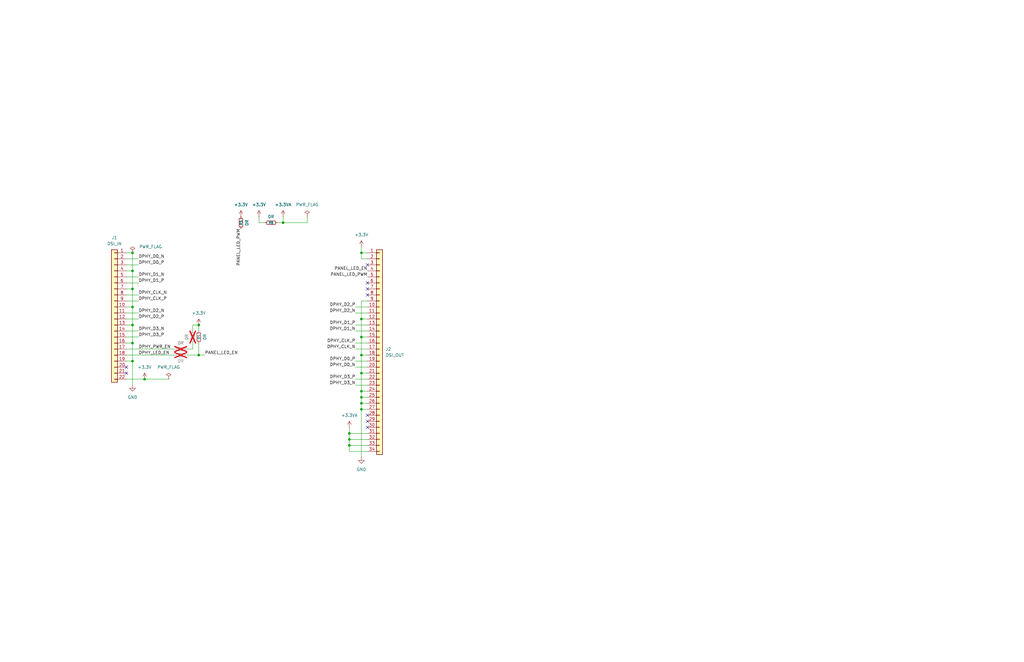
<source format=kicad_sch>
(kicad_sch (version 20250114) (generator "eeschema") (generator_version "9.0")
  (paper "USLedger")
  (title_block (company "Tom Keddie"))
  (lib_symbols
    (symbol "lib:0R" (pin_numbers (hide yes)) (pin_names (offset 0.254) (hide yes))
      (property "Reference" "R" (at 0 0 90))
      (property "Value" "0R" (at 1.778 0 90))
      (symbol "0R_0_1"
        (rectangle (start -0.762 1.778) (end 0.762 -1.778) (stroke (width 0.2032)))
      )
      (symbol "0R_1_1"
        (pin passive line (at 0 2.54 270) (length 0.762) (name "~") (number "1"))
        (pin passive line (at 0 -2.54 90) (length 0.762) (name "~") (number "2"))
      )
    )
    (symbol "lib:Conn_01x22" (pin_names (offset 1.016) (hide yes))
      (property "Reference" "J" (at 0 27.94 0))
      (property "Value" "Conn_01x22" (at 0 -30.48 0))
      (symbol "Conn_01x22_1_1"
        (rectangle (start -1.27 26.67) (end 1.27 -29.21) (stroke (width 0.254)) (fill (type background)))
        (rectangle (start -1.27 25.527) (end 0 25.273) (stroke (width 0.1524)))
        (rectangle (start -1.27 22.987) (end 0 22.733) (stroke (width 0.1524)))
        (rectangle (start -1.27 20.447) (end 0 20.193) (stroke (width 0.1524)))
        (rectangle (start -1.27 17.907) (end 0 17.653) (stroke (width 0.1524)))
        (rectangle (start -1.27 15.367) (end 0 15.113) (stroke (width 0.1524)))
        (rectangle (start -1.27 12.827) (end 0 12.573) (stroke (width 0.1524)))
        (rectangle (start -1.27 10.287) (end 0 10.033) (stroke (width 0.1524)))
        (rectangle (start -1.27 7.747) (end 0 7.493) (stroke (width 0.1524)))
        (rectangle (start -1.27 5.207) (end 0 4.953) (stroke (width 0.1524)))
        (rectangle (start -1.27 2.667) (end 0 2.413) (stroke (width 0.1524)))
        (rectangle (start -1.27 0.127) (end 0 -0.127) (stroke (width 0.1524)))
        (rectangle (start -1.27 -2.413) (end 0 -2.667) (stroke (width 0.1524)))
        (rectangle (start -1.27 -4.953) (end 0 -5.207) (stroke (width 0.1524)))
        (rectangle (start -1.27 -7.493) (end 0 -7.747) (stroke (width 0.1524)))
        (rectangle (start -1.27 -10.033) (end 0 -10.287) (stroke (width 0.1524)))
        (rectangle (start -1.27 -12.573) (end 0 -12.827) (stroke (width 0.1524)))
        (rectangle (start -1.27 -15.113) (end 0 -15.367) (stroke (width 0.1524)))
        (rectangle (start -1.27 -17.653) (end 0 -17.907) (stroke (width 0.1524)))
        (rectangle (start -1.27 -20.193) (end 0 -20.447) (stroke (width 0.1524)))
        (rectangle (start -1.27 -22.733) (end 0 -22.987) (stroke (width 0.1524)))
        (rectangle (start -1.27 -25.273) (end 0 -25.527) (stroke (width 0.1524)))
        (rectangle (start -1.27 -27.813) (end 0 -28.067) (stroke (width 0.1524)))
        (pin passive line (at -5.08 25.4 0) (length 3.81) (name "Pin_1") (number "1"))
        (pin passive line (at -5.08 22.86 0) (length 3.81) (name "Pin_2") (number "2"))
        (pin passive line (at -5.08 20.32 0) (length 3.81) (name "Pin_3") (number "3"))
        (pin passive line (at -5.08 17.78 0) (length 3.81) (name "Pin_4") (number "4"))
        (pin passive line (at -5.08 15.24 0) (length 3.81) (name "Pin_5") (number "5"))
        (pin passive line (at -5.08 12.7 0) (length 3.81) (name "Pin_6") (number "6"))
        (pin passive line (at -5.08 10.16 0) (length 3.81) (name "Pin_7") (number "7"))
        (pin passive line (at -5.08 7.62 0) (length 3.81) (name "Pin_8") (number "8"))
        (pin passive line (at -5.08 5.08 0) (length 3.81) (name "Pin_9") (number "9"))
        (pin passive line (at -5.08 2.54 0) (length 3.81) (name "Pin_10") (number "10"))
        (pin passive line (at -5.08 0 0) (length 3.81) (name "Pin_11") (number "11"))
        (pin passive line (at -5.08 -2.54 0) (length 3.81) (name "Pin_12") (number "12"))
        (pin passive line (at -5.08 -5.08 0) (length 3.81) (name "Pin_13") (number "13"))
        (pin passive line (at -5.08 -7.62 0) (length 3.81) (name "Pin_14") (number "14"))
        (pin passive line (at -5.08 -10.16 0) (length 3.81) (name "Pin_15") (number "15"))
        (pin passive line (at -5.08 -12.7 0) (length 3.81) (name "Pin_16") (number "16"))
        (pin passive line (at -5.08 -15.24 0) (length 3.81) (name "Pin_17") (number "17"))
        (pin passive line (at -5.08 -17.78 0) (length 3.81) (name "Pin_18") (number "18"))
        (pin passive line (at -5.08 -20.32 0) (length 3.81) (name "Pin_19") (number "19"))
        (pin passive line (at -5.08 -22.86 0) (length 3.81) (name "Pin_20") (number "20"))
        (pin passive line (at -5.08 -25.4 0) (length 3.81) (name "Pin_21") (number "21"))
        (pin passive line (at -5.08 -27.94 0) (length 3.81) (name "Pin_22") (number "22"))
      )
    )
    (symbol "lib:Conn_01x34" (pin_names (offset 1.016) (hide yes))
      (property "Reference" "J" (at 0 43.18 0))
      (property "Value" "Conn_01x34" (at 0 -45.72 0))
      (symbol "Conn_01x34_1_1"
        (rectangle (start -1.27 41.91) (end 1.27 -44.45) (stroke (width 0.254)) (fill (type background)))
        (rectangle (start -1.27 40.767) (end 0 40.513) (stroke (width 0.1524)))
        (rectangle (start -1.27 38.227) (end 0 37.973) (stroke (width 0.1524)))
        (rectangle (start -1.27 35.687) (end 0 35.433) (stroke (width 0.1524)))
        (rectangle (start -1.27 33.147) (end 0 32.893) (stroke (width 0.1524)))
        (rectangle (start -1.27 30.607) (end 0 30.353) (stroke (width 0.1524)))
        (rectangle (start -1.27 28.067) (end 0 27.813) (stroke (width 0.1524)))
        (rectangle (start -1.27 25.527) (end 0 25.273) (stroke (width 0.1524)))
        (rectangle (start -1.27 22.987) (end 0 22.733) (stroke (width 0.1524)))
        (rectangle (start -1.27 20.447) (end 0 20.193) (stroke (width 0.1524)))
        (rectangle (start -1.27 17.907) (end 0 17.653) (stroke (width 0.1524)))
        (rectangle (start -1.27 15.367) (end 0 15.113) (stroke (width 0.1524)))
        (rectangle (start -1.27 12.827) (end 0 12.573) (stroke (width 0.1524)))
        (rectangle (start -1.27 10.287) (end 0 10.033) (stroke (width 0.1524)))
        (rectangle (start -1.27 7.747) (end 0 7.493) (stroke (width 0.1524)))
        (rectangle (start -1.27 5.207) (end 0 4.953) (stroke (width 0.1524)))
        (rectangle (start -1.27 2.667) (end 0 2.413) (stroke (width 0.1524)))
        (rectangle (start -1.27 0.127) (end 0 -0.127) (stroke (width 0.1524)))
        (rectangle (start -1.27 -2.413) (end 0 -2.667) (stroke (width 0.1524)))
        (rectangle (start -1.27 -4.953) (end 0 -5.207) (stroke (width 0.1524)))
        (rectangle (start -1.27 -7.493) (end 0 -7.747) (stroke (width 0.1524)))
        (rectangle (start -1.27 -10.033) (end 0 -10.287) (stroke (width 0.1524)))
        (rectangle (start -1.27 -12.573) (end 0 -12.827) (stroke (width 0.1524)))
        (rectangle (start -1.27 -15.113) (end 0 -15.367) (stroke (width 0.1524)))
        (rectangle (start -1.27 -17.653) (end 0 -17.907) (stroke (width 0.1524)))
        (rectangle (start -1.27 -20.193) (end 0 -20.447) (stroke (width 0.1524)))
        (rectangle (start -1.27 -22.733) (end 0 -22.987) (stroke (width 0.1524)))
        (rectangle (start -1.27 -25.273) (end 0 -25.527) (stroke (width 0.1524)))
        (rectangle (start -1.27 -27.813) (end 0 -28.067) (stroke (width 0.1524)))
        (rectangle (start -1.27 -30.353) (end 0 -30.607) (stroke (width 0.1524)))
        (rectangle (start -1.27 -32.893) (end 0 -33.147) (stroke (width 0.1524)))
        (rectangle (start -1.27 -35.433) (end 0 -35.687) (stroke (width 0.1524)))
        (rectangle (start -1.27 -37.973) (end 0 -38.227) (stroke (width 0.1524)))
        (rectangle (start -1.27 -40.513) (end 0 -40.767) (stroke (width 0.1524)))
        (rectangle (start -1.27 -43.053) (end 0 -43.307) (stroke (width 0.1524)))
        (pin passive line (at -5.08 40.64 0) (length 3.81) (name "Pin_1") (number "1"))
        (pin passive line (at -5.08 38.1 0) (length 3.81) (name "Pin_2") (number "2"))
        (pin passive line (at -5.08 35.56 0) (length 3.81) (name "Pin_3") (number "3"))
        (pin passive line (at -5.08 33.02 0) (length 3.81) (name "Pin_4") (number "4"))
        (pin passive line (at -5.08 30.48 0) (length 3.81) (name "Pin_5") (number "5"))
        (pin passive line (at -5.08 27.94 0) (length 3.81) (name "Pin_6") (number "6"))
        (pin passive line (at -5.08 25.4 0) (length 3.81) (name "Pin_7") (number "7"))
        (pin passive line (at -5.08 22.86 0) (length 3.81) (name "Pin_8") (number "8"))
        (pin passive line (at -5.08 20.32 0) (length 3.81) (name "Pin_9") (number "9"))
        (pin passive line (at -5.08 17.78 0) (length 3.81) (name "Pin_10") (number "10"))
        (pin passive line (at -5.08 15.24 0) (length 3.81) (name "Pin_11") (number "11"))
        (pin passive line (at -5.08 12.7 0) (length 3.81) (name "Pin_12") (number "12"))
        (pin passive line (at -5.08 10.16 0) (length 3.81) (name "Pin_13") (number "13"))
        (pin passive line (at -5.08 7.62 0) (length 3.81) (name "Pin_14") (number "14"))
        (pin passive line (at -5.08 5.08 0) (length 3.81) (name "Pin_15") (number "15"))
        (pin passive line (at -5.08 2.54 0) (length 3.81) (name "Pin_16") (number "16"))
        (pin passive line (at -5.08 0 0) (length 3.81) (name "Pin_17") (number "17"))
        (pin passive line (at -5.08 -2.54 0) (length 3.81) (name "Pin_18") (number "18"))
        (pin passive line (at -5.08 -5.08 0) (length 3.81) (name "Pin_19") (number "19"))
        (pin passive line (at -5.08 -7.62 0) (length 3.81) (name "Pin_20") (number "20"))
        (pin passive line (at -5.08 -10.16 0) (length 3.81) (name "Pin_21") (number "21"))
        (pin passive line (at -5.08 -12.7 0) (length 3.81) (name "Pin_22") (number "22"))
        (pin passive line (at -5.08 -15.24 0) (length 3.81) (name "Pin_23") (number "23"))
        (pin passive line (at -5.08 -17.78 0) (length 3.81) (name "Pin_24") (number "24"))
        (pin passive line (at -5.08 -20.32 0) (length 3.81) (name "Pin_25") (number "25"))
        (pin passive line (at -5.08 -22.86 0) (length 3.81) (name "Pin_26") (number "26"))
        (pin passive line (at -5.08 -25.4 0) (length 3.81) (name "Pin_27") (number "27"))
        (pin passive line (at -5.08 -27.94 0) (length 3.81) (name "Pin_28") (number "28"))
        (pin passive line (at -5.08 -30.48 0) (length 3.81) (name "Pin_29") (number "29"))
        (pin passive line (at -5.08 -33.02 0) (length 3.81) (name "Pin_30") (number "30"))
        (pin passive line (at -5.08 -35.56 0) (length 3.81) (name "Pin_31") (number "31"))
        (pin passive line (at -5.08 -38.1 0) (length 3.81) (name "Pin_32") (number "32"))
        (pin passive line (at -5.08 -40.64 0) (length 3.81) (name "Pin_33") (number "33"))
        (pin passive line (at -5.08 -43.18 0) (length 3.81) (name "Pin_34") (number "34"))
      )
    )
    (symbol "power:+3.3V" (power) (pin_numbers (hide yes)) (pin_names (offset 0) (hide yes))
      (property "Value" "+3.3V" (at 0 3.556 0))
      (symbol "+3.3V_0_1"
        (polyline (pts (xy -0.762 1.27) (xy 0 2.54)))
        (polyline (pts (xy 0 2.54) (xy 0.762 1.27)))
        (polyline (pts (xy 0 0) (xy 0 2.54)))
      )
      (symbol "+3.3V_1_1"
        (pin power_in line (at 0 0 90) (length 0) (name "~") (number "1"))
      )
    )
    (symbol "power:+3.3VA" (power) (pin_numbers (hide yes)) (pin_names (offset 0) (hide yes))
      (property "Value" "+3.3VA" (at 0 3.556 0))
      (symbol "+3.3VA_0_1"
        (polyline (pts (xy -0.762 1.27) (xy 0 2.54)))
        (polyline (pts (xy 0 2.54) (xy 0.762 1.27)))
        (polyline (pts (xy 0 0) (xy 0 2.54)))
      )
      (symbol "+3.3VA_1_1"
        (pin power_in line (at 0 0 90) (length 0) (name "~") (number "1"))
      )
    )
    (symbol "power:GND" (power) (pin_numbers (hide yes)) (pin_names (offset 0) (hide yes))
      (property "Value" "GND" (at 0 -3.81 0))
      (symbol "GND_0_1"
        (polyline (pts (xy 0 0) (xy 0 -1.27) (xy 1.27 -1.27) (xy 0 -2.54) (xy -1.27 -1.27) (xy 0 -1.27)))
      )
      (symbol "GND_1_1"
        (pin power_in line (at 0 0 270) (length 0) (name "~") (number "1"))
      )
    )
    (symbol "power:PWR_FLAG" (power) (pin_numbers (hide yes)) (pin_names (offset 0) (hide yes))
      (property "Value" "PWR_FLAG" (at 0 3.81 0))
      (symbol "PWR_FLAG_0_0"
        (pin power_out line (at 0 0 90) (length 0) (name "~") (number "1"))
      )
      (symbol "PWR_FLAG_0_1"
        (polyline (pts (xy 0 0) (xy 0 1.27) (xy -1.016 1.905) (xy 0 2.54) (xy 1.016 1.905) (xy 0 1.27)))
      )
    )
  )
  (junction (at 83.82 149.86))
  (junction (at 147.32 185.42))
  (junction (at 55.88 106.68))
  (junction (at 152.4 165.1))
  (junction (at 119.38 93.98))
  (junction (at 152.4 172.72))
  (junction (at 152.4 142.24))
  (junction (at 55.88 152.4))
  (junction (at 55.88 144.78))
  (junction (at 152.4 170.18))
  (junction (at 55.88 137.16))
  (junction (at 60.96 160.02))
  (junction (at 152.4 167.64))
  (junction (at 152.4 157.48))
  (junction (at 152.4 106.68))
  (junction (at 55.88 114.3))
  (junction (at 83.82 137.16))
  (junction (at 152.4 149.86))
  (junction (at 152.4 134.62))
  (junction (at 55.88 121.92))
  (junction (at 55.88 129.54))
  (junction (at 147.32 182.88))
  (junction (at 147.32 187.96))
  (no_connect (at 154.94 111.76))
  (no_connect (at 154.94 121.92))
  (no_connect (at 154.94 119.38))
  (no_connect (at 53.34 154.94))
  (no_connect (at 154.94 177.8))
  (no_connect (at 154.94 180.34))
  (no_connect (at 154.94 175.26))
  (no_connect (at 154.94 124.46))
  (no_connect (at 53.34 157.48))
  (wire (pts (xy 53.34 129.54) (xy 55.88 129.54)))
  (wire (pts (xy 81.28 137.16) (xy 83.82 137.16)))
  (wire (pts (xy 147.32 182.88) (xy 154.94 182.88)))
  (wire (pts (xy 149.86 132.08) (xy 154.94 132.08)))
  (wire (pts (xy 55.88 129.54) (xy 55.88 137.16)))
  (wire (pts (xy 55.88 152.4) (xy 55.88 162.56)))
  (wire (pts (xy 53.34 132.08) (xy 58.42 132.08)))
  (wire (pts (xy 129.54 91.44) (xy 129.54 93.98)))
  (wire (pts (xy 81.28 144.78) (xy 81.28 147.32)))
  (wire (pts (xy 109.22 91.44) (xy 109.22 93.98)))
  (wire (pts (xy 152.4 165.1) (xy 154.94 165.1)))
  (wire (pts (xy 53.34 142.24) (xy 58.42 142.24)))
  (wire (pts (xy 60.96 160.02) (xy 71.12 160.02)))
  (wire (pts (xy 129.54 93.98) (xy 119.38 93.98)))
  (wire (pts (xy 109.22 93.98) (xy 111.76 93.98)))
  (wire (pts (xy 53.34 119.38) (xy 58.42 119.38)))
  (wire (pts (xy 83.82 144.78) (xy 83.82 149.86)))
  (wire (pts (xy 53.34 160.02) (xy 60.96 160.02)))
  (wire (pts (xy 147.32 187.96) (xy 147.32 190.5)))
  (wire (pts (xy 152.4 172.72) (xy 154.94 172.72)))
  (wire (pts (xy 81.28 139.7) (xy 81.28 137.16)))
  (wire (pts (xy 149.86 147.32) (xy 154.94 147.32)))
  (wire (pts (xy 152.4 165.1) (xy 152.4 157.48)))
  (wire (pts (xy 147.32 185.42) (xy 147.32 187.96)))
  (wire (pts (xy 119.38 93.98) (xy 119.38 91.44)))
  (wire (pts (xy 53.34 109.22) (xy 58.42 109.22)))
  (wire (pts (xy 152.4 106.68) (xy 152.4 104.14)))
  (wire (pts (xy 53.34 152.4) (xy 55.88 152.4)))
  (wire (pts (xy 53.34 106.68) (xy 55.88 106.68)))
  (wire (pts (xy 81.28 147.32) (xy 78.74 147.32)))
  (wire (pts (xy 152.4 157.48) (xy 154.94 157.48)))
  (wire (pts (xy 149.86 137.16) (xy 154.94 137.16)))
  (wire (pts (xy 53.34 116.84) (xy 58.42 116.84)))
  (wire (pts (xy 149.86 154.94) (xy 154.94 154.94)))
  (wire (pts (xy 55.88 121.92) (xy 55.88 129.54)))
  (wire (pts (xy 149.86 162.56) (xy 154.94 162.56)))
  (wire (pts (xy 152.4 170.18) (xy 152.4 167.64)))
  (wire (pts (xy 149.86 129.54) (xy 154.94 129.54)))
  (wire (pts (xy 53.34 137.16) (xy 55.88 137.16)))
  (wire (pts (xy 53.34 114.3) (xy 55.88 114.3)))
  (wire (pts (xy 152.4 149.86) (xy 152.4 142.24)))
  (wire (pts (xy 53.34 111.76) (xy 58.42 111.76)))
  (wire (pts (xy 152.4 167.64) (xy 152.4 165.1)))
  (wire (pts (xy 55.88 144.78) (xy 55.88 152.4)))
  (wire (pts (xy 83.82 149.86) (xy 86.36 149.86)))
  (wire (pts (xy 152.4 142.24) (xy 152.4 134.62)))
  (wire (pts (xy 55.88 114.3) (xy 55.88 121.92)))
  (wire (pts (xy 53.34 149.86) (xy 73.66 149.86)))
  (wire (pts (xy 149.86 144.78) (xy 154.94 144.78)))
  (wire (pts (xy 152.4 106.68) (xy 154.94 106.68)))
  (wire (pts (xy 152.4 157.48) (xy 152.4 149.86)))
  (wire (pts (xy 152.4 149.86) (xy 154.94 149.86)))
  (wire (pts (xy 53.34 124.46) (xy 58.42 124.46)))
  (wire (pts (xy 147.32 180.34) (xy 147.32 182.88)))
  (wire (pts (xy 53.34 127) (xy 58.42 127)))
  (wire (pts (xy 152.4 167.64) (xy 154.94 167.64)))
  (wire (pts (xy 83.82 137.16) (xy 83.82 139.7)))
  (wire (pts (xy 147.32 182.88) (xy 147.32 185.42)))
  (wire (pts (xy 152.4 193.04) (xy 152.4 172.72)))
  (wire (pts (xy 53.34 139.7) (xy 58.42 139.7)))
  (wire (pts (xy 53.34 147.32) (xy 73.66 147.32)))
  (wire (pts (xy 152.4 170.18) (xy 154.94 170.18)))
  (wire (pts (xy 147.32 190.5) (xy 154.94 190.5)))
  (wire (pts (xy 53.34 144.78) (xy 55.88 144.78)))
  (wire (pts (xy 152.4 109.22) (xy 152.4 106.68)))
  (wire (pts (xy 149.86 160.02) (xy 154.94 160.02)))
  (wire (pts (xy 152.4 142.24) (xy 154.94 142.24)))
  (wire (pts (xy 152.4 134.62) (xy 154.94 134.62)))
  (wire (pts (xy 149.86 139.7) (xy 154.94 139.7)))
  (wire (pts (xy 55.88 106.68) (xy 55.88 114.3)))
  (wire (pts (xy 53.34 121.92) (xy 55.88 121.92)))
  (wire (pts (xy 147.32 185.42) (xy 154.94 185.42)))
  (wire (pts (xy 55.88 137.16) (xy 55.88 144.78)))
  (wire (pts (xy 149.86 152.4) (xy 154.94 152.4)))
  (wire (pts (xy 83.82 149.86) (xy 78.74 149.86)))
  (wire (pts (xy 154.94 109.22) (xy 152.4 109.22)))
  (wire (pts (xy 152.4 127) (xy 154.94 127)))
  (wire (pts (xy 147.32 187.96) (xy 154.94 187.96)))
  (wire (pts (xy 53.34 134.62) (xy 58.42 134.62)))
  (wire (pts (xy 116.84 93.98) (xy 119.38 93.98)))
  (wire (pts (xy 152.4 172.72) (xy 152.4 170.18)))
  (wire (pts (xy 152.4 134.62) (xy 152.4 127)))
  (label "DPHY_CLK_N" (at 149.86 147.32 180))
  (label "DPHY_D0_P" (at 149.86 152.4 180))
  (label "DPHY_D1_N" (at 149.86 139.7 180))
  (label "PANEL_LED_EN" (at 154.94 114.3 180))
  (label "DPHY_D3_P" (at 149.86 160.02 180))
  (label "DPHY_PWR_EN" (at 58.42 147.32 0))
  (label "DPHY_CLK_P" (at 149.86 144.78 180))
  (label "DPHY_D0_N" (at 149.86 154.94 180))
  (label "DPHY_D1_P" (at 149.86 137.16 180))
  (label "PANEL_LED_PWM" (at 154.94 116.84 180))
  (label "DPHY_D2_N" (at 58.42 132.08 0))
  (label "DPHY_D0_N" (at 58.42 109.22 0))
  (label "DPHY_CLK_P" (at 58.42 127 0))
  (label "PANEL_LED_PWM" (at 101.6 96.52 270))
  (label "DPHY_D3_P" (at 58.42 142.24 0))
  (label "DPHY_D3_N" (at 58.42 139.7 0))
  (label "DPHY_D2_P" (at 58.42 134.62 0))
  (label "DPHY_D1_N" (at 58.42 116.84 0))
  (label "DPHY_D0_P" (at 58.42 111.76 0))
  (label "DPHY_D2_P" (at 149.86 129.54 180))
  (label "DPHY_D1_P" (at 58.42 119.38 0))
  (label "DPHY_D3_N" (at 149.86 162.56 180))
  (label "DPHY_CLK_N" (at 58.42 124.46 0))
  (label "DPHY_LED_EN" (at 58.42 149.86 0))
  (label "PANEL_LED_EN" (at 86.36 149.86 0))
  (label "DPHY_D2_N" (at 149.86 132.08 180))
  (symbol (lib_id "lib:0R") (at 101.6 93.98 0) (mirror x) (unit 1)
    (property "Reference" "R5" (at 101.6 93.98 90) (effects (font (size 1.016 1.016))))
    (property "Value" "0R" (at 104.14 93.98 90))
    (property "Footprint" "lib:R_0603_1608Metric" (effects (hide yes)))
    (property "Description" "Resistor, small symbol" (effects (hide yes)))
  )
  (symbol (lib_id "lib:0R") (at 76.2 149.86 90) (mirror x) (unit 1) (dnp yes)
    (property "Reference" "R2" (at 76.2 149.86 90) (effects (font (size 1.016 1.016))))
    (property "Value" "0R" (at 76.2 152.4 90))
    (property "Footprint" "lib:R_0603_1608Metric" (effects (hide yes)))
    (property "Description" "Resistor, small symbol" (effects (hide yes)))
  )
  (symbol (lib_id "power:PWR_FLAG") (at 129.54 91.44 0) (unit 1)
    (property "Reference" "#FLG03" (effects (hide yes)))
    (property "Value" "PWR_FLAG" (at 129.54 86.36 0))
    (property "Description" "Special symbol for telling ERC where power comes from" (effects (hide yes)))
  )
  (symbol (lib_id "power:+3.3V") (at 152.4 104.14 0) (unit 1)
    (property "Reference" "#PWR04" (effects (hide yes)))
    (property "Value" "+3.3V" (at 152.4 99.06 0))
    (property "Description" "Power symbol creates a global label with name \"+3.3V\"" (effects (hide yes)))
  )
  (symbol (lib_id "power:GND") (at 152.4 193.04 0) (unit 1)
    (property "Reference" "#PWR05" (effects (hide yes)))
    (property "Value" "GND" (at 152.4 198.12 0))
    (property "Description" "Power symbol creates a global label with name \"GND\" , ground" (effects (hide yes)))
  )
  (symbol (lib_id "power:+3.3VA") (at 147.32 180.34 0) (unit 1)
    (property "Reference" "#PWR06" (effects (hide yes)))
    (property "Value" "+3.3VA" (at 147.32 175.26 0))
    (property "Description" "Power symbol creates a global label with name \"+3.3VA\"" (effects (hide yes)))
  )
  (symbol (lib_id "lib:0R") (at 83.82 142.24 0) (mirror x) (unit 1)
    (property "Reference" "R4" (at 83.82 142.24 90) (effects (font (size 1.016 1.016))))
    (property "Value" "0R" (at 86.36 142.24 90))
    (property "Footprint" "lib:R_0603_1608Metric" (effects (hide yes)))
    (property "Description" "Resistor, small symbol" (effects (hide yes)))
  )
  (symbol (lib_id "power:PWR_FLAG") (at 71.12 160.02 0) (unit 1)
    (property "Reference" "#FLG01" (effects (hide yes)))
    (property "Value" "PWR_FLAG" (at 71.12 154.94 0))
    (property "Description" "Special symbol for telling ERC where power comes from" (effects (hide yes)))
  )
  (symbol (lib_id "lib:0R") (at 81.28 142.24 180) (unit 1) (dnp yes)
    (property "Reference" "R3" (at 81.28 142.24 90) (effects (font (size 1.016 1.016))))
    (property "Value" "0R" (at 78.74 142.24 90))
    (property "Footprint" "lib:R_0603_1608Metric" (effects (hide yes)))
    (property "Description" "Resistor, small symbol" (effects (hide yes)))
  )
  (symbol (lib_id "power:GND") (at 55.88 162.56 0) (unit 1)
    (property "Reference" "#PWR01" (effects (hide yes)))
    (property "Value" "GND" (at 55.88 167.64 0))
    (property "Description" "Power symbol creates a global label with name \"GND\" , ground" (effects (hide yes)))
  )
  (symbol (lib_id "lib:Conn_01x22") (at 48.26 132.08 0) (mirror y) (unit 1)
    (property "Reference" "J1" (at 48.26 100.33 0))
    (property "Value" "DSI_IN" (at 48.26 102.87 0))
    (property "Footprint" "lib:AliExpress_1x22_P0.5mm_Horizontal_Drawer" (effects (hide yes)))
    (property "Description" "Generic connector, single row, 01x22, script generated (kicad-library-utils/schlib/autogen/connector/)" (effects (hide yes)))
  )
  (symbol (lib_id "lib:Conn_01x34") (at 160.02 147.32 0) (unit 1)
    (property "Reference" "J2" (at 162.56 147.3199 0) (effects (justify left)))
    (property "Value" "DSI_OUT" (at 162.56 149.8599 0) (effects (justify left)))
    (property "Footprint" "lib:AliExpress_1x34_P0.5mm_Horizontal_Drawer" (effects (hide yes)))
    (property "Description" "Generic connector, single row, 01x34, script generated (kicad-library-utils/schlib/autogen/connector/)" (effects (hide yes)))
  )
  (symbol (lib_id "power:+3.3V") (at 101.6 91.44 0) (unit 1)
    (property "Reference" "#PWR07" (effects (hide yes)))
    (property "Value" "+3.3V" (at 101.6 86.36 0))
    (property "Description" "Power symbol creates a global label with name \"+3.3V\"" (effects (hide yes)))
  )
  (symbol (lib_id "power:+3.3VA") (at 119.38 91.44 0) (unit 1)
    (property "Reference" "#PWR09" (effects (hide yes)))
    (property "Value" "+3.3VA" (at 119.38 86.36 0))
    (property "Description" "Power symbol creates a global label with name \"+3.3VA\"" (effects (hide yes)))
  )
  (symbol (lib_id "power:PWR_FLAG") (at 55.88 106.68 0) (unit 1)
    (property "Reference" "#FLG02" (effects (hide yes)))
    (property "Value" "PWR_FLAG" (at 63.5 104.14 0))
    (property "Description" "Special symbol for telling ERC where power comes from" (effects (hide yes)))
  )
  (symbol (lib_id "power:+3.3V") (at 60.96 160.02 0) (unit 1)
    (property "Reference" "#PWR02" (effects (hide yes)))
    (property "Value" "+3.3V" (at 60.96 154.94 0))
    (property "Description" "Power symbol creates a global label with name \"+3.3V\"" (effects (hide yes)))
  )
  (symbol (lib_id "lib:0R") (at 114.3 93.98 270) (mirror x) (unit 1)
    (property "Reference" "R6" (at 114.3 93.98 90) (effects (font (size 1.016 1.016))))
    (property "Value" "0R" (at 114.3 91.44 90))
    (property "Footprint" "lib:R_0603_1608Metric" (effects (hide yes)))
    (property "Description" "Resistor, small symbol" (effects (hide yes)))
  )
  (symbol (lib_id "power:+3.3V") (at 83.82 137.16 0) (unit 1)
    (property "Reference" "#PWR03" (effects (hide yes)))
    (property "Value" "+3.3V" (at 83.82 132.08 0))
    (property "Description" "Power symbol creates a global label with name \"+3.3V\"" (effects (hide yes)))
  )
  (symbol (lib_id "lib:0R") (at 76.2 147.32 90) (unit 1) (dnp yes)
    (property "Reference" "R1" (at 76.2 147.32 90) (effects (font (size 1.016 1.016))))
    (property "Value" "0R" (at 76.2 144.78 90))
    (property "Footprint" "lib:R_0603_1608Metric" (effects (hide yes)))
    (property "Description" "Resistor, small symbol" (effects (hide yes)))
  )
  (symbol (lib_id "power:+3.3V") (at 109.22 91.44 0) (unit 1)
    (property "Reference" "#PWR08" (effects (hide yes)))
    (property "Value" "+3.3V" (at 109.22 86.36 0))
    (property "Description" "Power symbol creates a global label with name \"+3.3V\"" (effects (hide yes)))
  )
)
</source>
